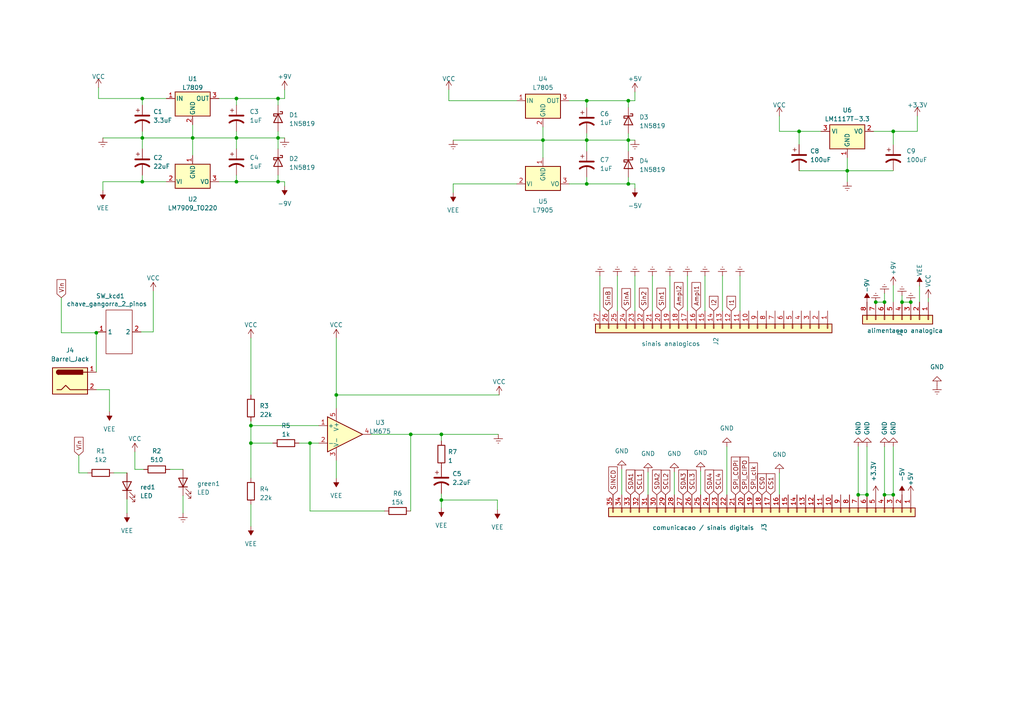
<source format=kicad_sch>
(kicad_sch (version 20230121) (generator eeschema)
  (paper "A4")
  (title_block (title "Fonte de tensao LM675") (date "2023-08-14") (rev "v02") (company "EITduino") (comment 1 "Autor: Gustavo Pinheiro") (comment 2 "Barramento proposto para uma placa 90x100 mm") (comment 3 "Placa face simples") (comment 4 "Pinos AGND e DGND"))
  (lib_symbols
    (symbol "Amplifier_Operational:LM675" (pin_names (offset 0.127))
      (property "Reference" "U" (at 0 7.62 0))
      (property "Value" "LM675" (at 0 5.08 0))
      (symbol "LM675_0_1"
        (polyline (pts (xy -5.08 5.08) (xy 5.08 0) (xy -5.08 -5.08) (xy -5.08 5.08)) (stroke (width 0.254)) (fill (type background)))
      )
      (symbol "LM675_1_1"
        (pin input line (at -7.62 2.54 0) (length 2.54) (name "+") (number "1"))
        (pin input line (at -7.62 -2.54 0) (length 2.54) (name "-") (number "2"))
        (pin power_in line (at -2.54 -7.62 90) (length 3.81) (name "V-") (number "3"))
        (pin output line (at 7.62 0 180) (length 2.54) (name "~") (number "4"))
        (pin power_in line (at -2.54 7.62 270) (length 3.81) (name "V+") (number "5"))
      )
    )
    (symbol "Connector:Barrel_Jack" (pin_names (offset 1.016))
      (property "Reference" "J" (at 0 5.334 0))
      (property "Value" "Barrel_Jack" (at 0 -5.08 0))
      (symbol "Barrel_Jack_0_1"
        (rectangle (start -5.08 3.81) (end 5.08 -3.81) (stroke (width 0.254)) (fill (type background)))
        (arc (start -3.302 3.175) (mid -3.9343 2.54) (end -3.302 1.905) (stroke (width 0.254)))
        (arc (start -3.302 3.175) (mid -3.9343 2.54) (end -3.302 1.905) (stroke (width 0.254)) (fill (type outline)))
        (polyline (pts (xy 5.08 2.54) (xy 3.81 2.54)) (stroke (width 0.254)))
        (polyline (pts (xy -3.81 -2.54) (xy -2.54 -2.54) (xy -1.27 -1.27) (xy 0 -2.54) (xy 2.54 -2.54) (xy 5.08 -2.54)) (stroke (width 0.254)))
        (rectangle (start 3.683 3.175) (end -3.302 1.905) (stroke (width 0.254)) (fill (type outline)))
      )
      (symbol "Barrel_Jack_1_1"
        (pin passive line (at 7.62 2.54 180) (length 2.54) (name "~") (number "1"))
        (pin passive line (at 7.62 -2.54 180) (length 2.54) (name "~") (number "2"))
      )
    )
    (symbol "Connector_Generic:Conn_01x08" (pin_names (offset 1.016) hide)
      (property "Reference" "J" (at 0 10.16 0))
      (property "Value" "Conn_01x08" (at 0 -12.7 0))
      (symbol "Conn_01x08_1_1"
        (rectangle (start -1.27 -10.033) (end 0 -10.287) (stroke (width 0.1524)))
        (rectangle (start -1.27 -7.493) (end 0 -7.747) (stroke (width 0.1524)))
        (rectangle (start -1.27 -4.953) (end 0 -5.207) (stroke (width 0.1524)))
        (rectangle (start -1.27 -2.413) (end 0 -2.667) (stroke (width 0.1524)))
        (rectangle (start -1.27 0.127) (end 0 -0.127) (stroke (width 0.1524)))
        (rectangle (start -1.27 2.667) (end 0 2.413) (stroke (width 0.1524)))
        (rectangle (start -1.27 5.207) (end 0 4.953) (stroke (width 0.1524)))
        (rectangle (start -1.27 7.747) (end 0 7.493) (stroke (width 0.1524)))
        (rectangle (start -1.27 8.89) (end 1.27 -11.43) (stroke (width 0.254)) (fill (type background)))
        (pin passive line (at -5.08 7.62 0) (length 3.81) (name "Pin_1") (number "1"))
        (pin passive line (at -5.08 5.08 0) (length 3.81) (name "Pin_2") (number "2"))
        (pin passive line (at -5.08 2.54 0) (length 3.81) (name "Pin_3") (number "3"))
        (pin passive line (at -5.08 0 0) (length 3.81) (name "Pin_4") (number "4"))
        (pin passive line (at -5.08 -2.54 0) (length 3.81) (name "Pin_5") (number "5"))
        (pin passive line (at -5.08 -5.08 0) (length 3.81) (name "Pin_6") (number "6"))
        (pin passive line (at -5.08 -7.62 0) (length 3.81) (name "Pin_7") (number "7"))
        (pin passive line (at -5.08 -10.16 0) (length 3.81) (name "Pin_8") (number "8"))
      )
    )
    (symbol "Connector_Generic:Conn_01x27" (pin_names (offset 1.016) hide)
      (property "Reference" "J" (at 0 35.56 0))
      (property "Value" "Conn_01x27" (at 0 -35.56 0))
      (symbol "Conn_01x27_1_1"
        (rectangle (start -1.27 -32.893) (end 0 -33.147) (stroke (width 0.1524)))
        (rectangle (start -1.27 -30.353) (end 0 -30.607) (stroke (width 0.1524)))
        (rectangle (start -1.27 -27.813) (end 0 -28.067) (stroke (width 0.1524)))
        (rectangle (start -1.27 -25.273) (end 0 -25.527) (stroke (width 0.1524)))
        (rectangle (start -1.27 -22.733) (end 0 -22.987) (stroke (width 0.1524)))
        (rectangle (start -1.27 -20.193) (end 0 -20.447) (stroke (width 0.1524)))
        (rectangle (start -1.27 -17.653) (end 0 -17.907) (stroke (width 0.1524)))
        (rectangle (start -1.27 -15.113) (end 0 -15.367) (stroke (width 0.1524)))
        (rectangle (start -1.27 -12.573) (end 0 -12.827) (stroke (width 0.1524)))
        (rectangle (start -1.27 -10.033) (end 0 -10.287) (stroke (width 0.1524)))
        (rectangle (start -1.27 -7.493) (end 0 -7.747) (stroke (width 0.1524)))
        (rectangle (start -1.27 -4.953) (end 0 -5.207) (stroke (width 0.1524)))
        (rectangle (start -1.27 -2.413) (end 0 -2.667) (stroke (width 0.1524)))
        (rectangle (start -1.27 0.127) (end 0 -0.127) (stroke (width 0.1524)))
        (rectangle (start -1.27 2.667) (end 0 2.413) (stroke (width 0.1524)))
        (rectangle (start -1.27 5.207) (end 0 4.953) (stroke (width 0.1524)))
        (rectangle (start -1.27 7.747) (end 0 7.493) (stroke (width 0.1524)))
        (rectangle (start -1.27 10.287) (end 0 10.033) (stroke (width 0.1524)))
        (rectangle (start -1.27 12.827) (end 0 12.573) (stroke (width 0.1524)))
        (rectangle (start -1.27 15.367) (end 0 15.113) (stroke (width 0.1524)))
        (rectangle (start -1.27 17.907) (end 0 17.653) (stroke (width 0.1524)))
        (rectangle (start -1.27 20.447) (end 0 20.193) (stroke (width 0.1524)))
        (rectangle (start -1.27 22.987) (end 0 22.733) (stroke (width 0.1524)))
        (rectangle (start -1.27 25.527) (end 0 25.273) (stroke (width 0.1524)))
        (rectangle (start -1.27 28.067) (end 0 27.813) (stroke (width 0.1524)))
        (rectangle (start -1.27 30.607) (end 0 30.353) (stroke (width 0.1524)))
        (rectangle (start -1.27 33.147) (end 0 32.893) (stroke (width 0.1524)))
        (rectangle (start -1.27 34.29) (end 1.27 -34.29) (stroke (width 0.254)) (fill (type background)))
        (pin passive line (at -5.08 33.02 0) (length 3.81) (name "Pin_1") (number "1"))
        (pin passive line (at -5.08 10.16 0) (length 3.81) (name "Pin_10") (number "10"))
        (pin passive line (at -5.08 7.62 0) (length 3.81) (name "Pin_11") (number "11"))
        (pin passive line (at -5.08 5.08 0) (length 3.81) (name "Pin_12") (number "12"))
        (pin passive line (at -5.08 2.54 0) (length 3.81) (name "Pin_13") (number "13"))
        (pin passive line (at -5.08 0 0) (length 3.81) (name "Pin_14") (number "14"))
        (pin passive line (at -5.08 -2.54 0) (length 3.81) (name "Pin_15") (number "15"))
        (pin passive line (at -5.08 -5.08 0) (length 3.81) (name "Pin_16") (number "16"))
        (pin passive line (at -5.08 -7.62 0) (length 3.81) (name "Pin_17") (number "17"))
        (pin passive line (at -5.08 -10.16 0) (length 3.81) (name "Pin_18") (number "18"))
        (pin passive line (at -5.08 -12.7 0) (length 3.81) (name "Pin_19") (number "19"))
        (pin passive line (at -5.08 30.48 0) (length 3.81) (name "Pin_2") (number "2"))
        (pin passive line (at -5.08 -15.24 0) (length 3.81) (name "Pin_20") (number "20"))
        (pin passive line (at -5.08 -17.78 0) (length 3.81) (name "Pin_21") (number "21"))
        (pin passive line (at -5.08 -20.32 0) (length 3.81) (name "Pin_22") (number "22"))
        (pin passive line (at -5.08 -22.86 0) (length 3.81) (name "Pin_23") (number "23"))
        (pin passive line (at -5.08 -25.4 0) (length 3.81) (name "Pin_24") (number "24"))
        (pin passive line (at -5.08 -27.94 0) (length 3.81) (name "Pin_25") (number "25"))
        (pin passive line (at -5.08 -30.48 0) (length 3.81) (name "Pin_26") (number "26"))
        (pin passive line (at -5.08 -33.02 0) (length 3.81) (name "Pin_27") (number "27"))
        (pin passive line (at -5.08 27.94 0) (length 3.81) (name "Pin_3") (number "3"))
        (pin passive line (at -5.08 25.4 0) (length 3.81) (name "Pin_4") (number "4"))
        (pin passive line (at -5.08 22.86 0) (length 3.81) (name "Pin_5") (number "5"))
        (pin passive line (at -5.08 20.32 0) (length 3.81) (name "Pin_6") (number "6"))
        (pin passive line (at -5.08 17.78 0) (length 3.81) (name "Pin_7") (number "7"))
        (pin passive line (at -5.08 15.24 0) (length 3.81) (name "Pin_8") (number "8"))
        (pin passive line (at -5.08 12.7 0) (length 3.81) (name "Pin_9") (number "9"))
      )
    )
    (symbol "Connector_Generic:Conn_01x35" (pin_names (offset 1.016) hide)
      (property "Reference" "J" (at 0 45.72 0))
      (property "Value" "Conn_01x35" (at 0 -45.72 0))
      (symbol "Conn_01x35_1_1"
        (rectangle (start -1.27 -43.053) (end 0 -43.307) (stroke (width 0.1524)))
        (rectangle (start -1.27 -40.513) (end 0 -40.767) (stroke (width 0.1524)))
        (rectangle (start -1.27 -37.973) (end 0 -38.227) (stroke (width 0.1524)))
        (rectangle (start -1.27 -35.433) (end 0 -35.687) (stroke (width 0.1524)))
        (rectangle (start -1.27 -32.893) (end 0 -33.147) (stroke (width 0.1524)))
        (rectangle (start -1.27 -30.353) (end 0 -30.607) (stroke (width 0.1524)))
        (rectangle (start -1.27 -27.813) (end 0 -28.067) (stroke (width 0.1524)))
        (rectangle (start -1.27 -25.273) (end 0 -25.527) (stroke (width 0.1524)))
        (rectangle (start -1.27 -22.733) (end 0 -22.987) (stroke (width 0.1524)))
        (rectangle (start -1.27 -20.193) (end 0 -20.447) (stroke (width 0.1524)))
        (rectangle (start -1.27 -17.653) (end 0 -17.907) (stroke (width 0.1524)))
        (rectangle (start -1.27 -15.113) (end 0 -15.367) (stroke (width 0.1524)))
        (rectangle (start -1.27 -12.573) (end 0 -12.827) (stroke (width 0.1524)))
        (rectangle (start -1.27 -10.033) (end 0 -10.287) (stroke (width 0.1524)))
        (rectangle (start -1.27 -7.493) (end 0 -7.747) (stroke (width 0.1524)))
        (rectangle (start -1.27 -4.953) (end 0 -5.207) (stroke (width 0.1524)))
        (rectangle (start -1.27 -2.413) (end 0 -2.667) (stroke (width 0.1524)))
        (rectangle (start -1.27 0.127) (end 0 -0.127) (stroke (width 0.1524)))
        (rectangle (start -1.27 2.667) (end 0 2.413) (stroke (width 0.1524)))
        (rectangle (start -1.27 5.207) (end 0 4.953) (stroke (width 0.1524)))
        (rectangle (start -1.27 7.747) (end 0 7.493) (stroke (width 0.1524)))
        (rectangle (start -1.27 10.287) (end 0 10.033) (stroke (width 0.1524)))
        (rectangle (start -1.27 12.827) (end 0 12.573) (stroke (width 0.1524)))
        (rectangle (start -1.27 15.367) (end 0 15.113) (stroke (width 0.1524)))
        (rectangle (start -1.27 17.907) (end 0 17.653) (stroke (width 0.1524)))
        (rectangle (start -1.27 20.447) (end 0 20.193) (stroke (width 0.1524)))
        (rectangle (start -1.27 22.987) (end 0 22.733) (stroke (width 0.1524)))
        (rectangle (start -1.27 25.527) (end 0 25.273) (stroke (width 0.1524)))
        (rectangle (start -1.27 28.067) (end 0 27.813) (stroke (width 0.1524)))
        (rectangle (start -1.27 30.607) (end 0 30.353) (stroke (width 0.1524)))
        (rectangle (start -1.27 33.147) (end 0 32.893) (stroke (width 0.1524)))
        (rectangle (start -1.27 35.687) (end 0 35.433) (stroke (width 0.1524)))
        (rectangle (start -1.27 38.227) (end 0 37.973) (stroke (width 0.1524)))
        (rectangle (start -1.27 40.767) (end 0 40.513) (stroke (width 0.1524)))
        (rectangle (start -1.27 43.307) (end 0 43.053) (stroke (width 0.1524)))
        (rectangle (start -1.27 44.45) (end 1.27 -44.45) (stroke (width 0.254)) (fill (type background)))
        (pin passive line (at -5.08 43.18 0) (length 3.81) (name "Pin_1") (number "1"))
        (pin passive line (at -5.08 20.32 0) (length 3.81) (name "Pin_10") (number "10"))
        (pin passive line (at -5.08 17.78 0) (length 3.81) (name "Pin_11") (number "11"))
        (pin passive line (at -5.08 15.24 0) (length 3.81) (name "Pin_12") (number "12"))
        (pin passive line (at -5.08 12.7 0) (length 3.81) (name "Pin_13") (number "13"))
        (pin passive line (at -5.08 10.16 0) (length 3.81) (name "Pin_14") (number "14"))
        (pin passive line (at -5.08 7.62 0) (length 3.81) (name "Pin_15") (number "15"))
        (pin passive line (at -5.08 5.08 0) (length 3.81) (name "Pin_16") (number "16"))
        (pin passive line (at -5.08 2.54 0) (length 3.81) (name "Pin_17") (number "17"))
        (pin passive line (at -5.08 0 0) (length 3.81) (name "Pin_18") (number "18"))
        (pin passive line (at -5.08 -2.54 0) (length 3.81) (name "Pin_19") (number "19"))
        (pin passive line (at -5.08 40.64 0) (length 3.81) (name "Pin_2") (number "2"))
        (pin passive line (at -5.08 -5.08 0) (length 3.81) (name "Pin_20") (number "20"))
        (pin passive line (at -5.08 -7.62 0) (length 3.81) (name "Pin_21") (number "21"))
        (pin passive line (at -5.08 -10.16 0) (length 3.81) (name "Pin_22") (number "22"))
        (pin passive line (at -5.08 -12.7 0) (length 3.81) (name "Pin_23") (number "23"))
        (pin passive line (at -5.08 -15.24 0) (length 3.81) (name "Pin_24") (number "24"))
        (pin passive line (at -5.08 -17.78 0) (length 3.81) (name "Pin_25") (number "25"))
        (pin passive line (at -5.08 -20.32 0) (length 3.81) (name "Pin_26") (number "26"))
        (pin passive line (at -5.08 -22.86 0) (length 3.81) (name "Pin_27") (number "27"))
        (pin passive line (at -5.08 -25.4 0) (length 3.81) (name "Pin_28") (number "28"))
        (pin passive line (at -5.08 -27.94 0) (length 3.81) (name "Pin_29") (number "29"))
        (pin passive line (at -5.08 38.1 0) (length 3.81) (name "Pin_3") (number "3"))
        (pin passive line (at -5.08 -30.48 0) (length 3.81) (name "Pin_30") (number "30"))
        (pin passive line (at -5.08 -33.02 0) (length 3.81) (name "Pin_31") (number "31"))
        (pin passive line (at -5.08 -35.56 0) (length 3.81) (name "Pin_32") (number "32"))
        (pin passive line (at -5.08 -38.1 0) (length 3.81) (name "Pin_33") (number "33"))
        (pin passive line (at -5.08 -40.64 0) (length 3.81) (name "Pin_34") (number "34"))
        (pin passive line (at -5.08 -43.18 0) (length 3.81) (name "Pin_35") (number "35"))
        (pin passive line (at -5.08 35.56 0) (length 3.81) (name "Pin_4") (number "4"))
        (pin passive line (at -5.08 33.02 0) (length 3.81) (name "Pin_5") (number "5"))
        (pin passive line (at -5.08 30.48 0) (length 3.81) (name "Pin_6") (number "6"))
        (pin passive line (at -5.08 27.94 0) (length 3.81) (name "Pin_7") (number "7"))
        (pin passive line (at -5.08 25.4 0) (length 3.81) (name "Pin_8") (number "8"))
        (pin passive line (at -5.08 22.86 0) (length 3.81) (name "Pin_9") (number "9"))
      )
    )
    (symbol "Device:C_Polarized_US" (pin_numbers hide) (pin_names (offset 0.254) hide)
      (property "Reference" "C" (at 0.635 2.54 0))
      (property "Value" "C_Polarized_US" (at 0.635 -2.54 0))
      (symbol "C_Polarized_US_0_1"
        (polyline (pts (xy -2.032 0.762) (xy 2.032 0.762)) (stroke (width 0.508)))
        (polyline (pts (xy -1.778 2.286) (xy -0.762 2.286)))
        (polyline (pts (xy -1.27 1.778) (xy -1.27 2.794)))
        (arc (start 2.032 -1.27) (mid 0 -0.5572) (end -2.032 -1.27) (stroke (width 0.508)))
      )
      (symbol "C_Polarized_US_1_1"
        (pin passive line (at 0 3.81 270) (length 2.794) (name "~") (number "1"))
        (pin passive line (at 0 -3.81 90) (length 3.302) (name "~") (number "2"))
      )
    )
    (symbol "Device:LED" (pin_numbers hide) (pin_names (offset 1.016) hide)
      (property "Reference" "D" (at 0 2.54 0))
      (property "Value" "LED" (at 0 -2.54 0))
      (symbol "LED_0_1"
        (polyline (pts (xy -1.27 -1.27) (xy -1.27 1.27)) (stroke (width 0.254)))
        (polyline (pts (xy -1.27 0) (xy 1.27 0)))
        (polyline (pts (xy 1.27 -1.27) (xy 1.27 1.27) (xy -1.27 0) (xy 1.27 -1.27)) (stroke (width 0.254)))
        (polyline (pts (xy -3.048 -0.762) (xy -4.572 -2.286) (xy -3.81 -2.286) (xy -4.572 -2.286) (xy -4.572 -1.524)))
        (polyline (pts (xy -1.778 -0.762) (xy -3.302 -2.286) (xy -2.54 -2.286) (xy -3.302 -2.286) (xy -3.302 -1.524)))
      )
      (symbol "LED_1_1"
        (pin passive line (at -3.81 0 0) (length 2.54) (name "K") (number "1"))
        (pin passive line (at 3.81 0 180) (length 2.54) (name "A") (number "2"))
      )
    )
    (symbol "Device:R" (pin_numbers hide) (pin_names (offset 0))
      (property "Reference" "R" (at 2.032 0 90))
      (property "Value" "R" (at 0 0 90))
      (symbol "R_0_1"
        (rectangle (start -1.016 -2.54) (end 1.016 2.54) (stroke (width 0.254)))
      )
      (symbol "R_1_1"
        (pin passive line (at 0 3.81 270) (length 1.27) (name "~") (number "1"))
        (pin passive line (at 0 -3.81 90) (length 1.27) (name "~") (number "2"))
      )
    )
    (symbol "Diode:1N5819" (pin_numbers hide) (pin_names (offset 1.016) hide)
      (property "Reference" "D" (at 0 2.54 0))
      (property "Value" "1N5819" (at 0 -2.54 0))
      (symbol "1N5819_0_1"
        (polyline (pts (xy 1.27 0) (xy -1.27 0)))
        (polyline (pts (xy 1.27 1.27) (xy 1.27 -1.27) (xy -1.27 0) (xy 1.27 1.27)) (stroke (width 0.254)))
        (polyline (pts (xy -1.905 0.635) (xy -1.905 1.27) (xy -1.27 1.27) (xy -1.27 -1.27) (xy -0.635 -1.27) (xy -0.635 -0.635)) (stroke (width 0.254)))
      )
      (symbol "1N5819_1_1"
        (pin passive line (at -3.81 0 0) (length 2.54) (name "K") (number "1"))
        (pin passive line (at 3.81 0 180) (length 2.54) (name "A") (number "2"))
      )
    )
    (symbol "Regulator_Linear:L7805" (pin_names (offset 0.254))
      (property "Reference" "U" (at -3.81 3.175 0))
      (property "Value" "L7805" (at 0 3.175 0))
      (symbol "L7805_0_1"
        (rectangle (start -5.08 1.905) (end 5.08 -5.08) (stroke (width 0.254)) (fill (type background)))
      )
      (symbol "L7805_1_1"
        (pin power_in line (at -7.62 0 0) (length 2.54) (name "IN") (number "1"))
        (pin power_in line (at 0 -7.62 90) (length 2.54) (name "GND") (number "2"))
        (pin power_out line (at 7.62 0 180) (length 2.54) (name "OUT") (number "3"))
      )
    )
    (symbol "Regulator_Linear:L7809" (pin_names (offset 0.254))
      (property "Reference" "U" (at -3.81 3.175 0))
      (property "Value" "L7809" (at 0 3.175 0))
      (symbol "L7809_0_1"
        (rectangle (start -5.08 1.905) (end 5.08 -5.08) (stroke (width 0.254)) (fill (type background)))
      )
      (symbol "L7809_1_1"
        (pin power_in line (at -7.62 0 0) (length 2.54) (name "IN") (number "1"))
        (pin power_in line (at 0 -7.62 90) (length 2.54) (name "GND") (number "2"))
        (pin power_out line (at 7.62 0 180) (length 2.54) (name "OUT") (number "3"))
      )
    )
    (symbol "Regulator_Linear:L7905" (pin_names (offset 0.254))
      (property "Reference" "U" (at -3.81 -3.175 0))
      (property "Value" "L7905" (at 0 -3.175 0))
      (symbol "L7905_0_1"
        (rectangle (start -5.08 5.08) (end 5.08 -1.905) (stroke (width 0.254)) (fill (type background)))
      )
      (symbol "L7905_1_1"
        (pin power_in line (at 0 7.62 270) (length 2.54) (name "GND") (number "1"))
        (pin power_in line (at -7.62 0 0) (length 2.54) (name "VI") (number "2"))
        (pin power_out line (at 7.62 0 180) (length 2.54) (name "VO") (number "3"))
      )
    )
    (symbol "Regulator_Linear:LM1117T-3.3"
      (property "Reference" "U" (at -3.81 3.175 0))
      (property "Value" "LM1117T-3.3" (at 0 3.175 0))
      (symbol "LM1117T-3.3_0_1"
        (rectangle (start -5.08 -5.08) (end 5.08 1.905) (stroke (width 0.254)) (fill (type background)))
      )
      (symbol "LM1117T-3.3_1_1"
        (pin power_in line (at 0 -7.62 90) (length 2.54) (name "GND") (number "1"))
        (pin power_out line (at 7.62 0 180) (length 2.54) (name "VO") (number "2"))
        (pin power_in line (at -7.62 0 0) (length 2.54) (name "VI") (number "3"))
      )
    )
    (symbol "Regulator_Linear:LM7909_TO220" (pin_names (offset 0.254))
      (property "Reference" "U" (at -3.81 -3.175 0))
      (property "Value" "LM7909_TO220" (at 0 -3.175 0))
      (symbol "LM7909_TO220_0_1"
        (rectangle (start -5.08 5.08) (end 5.08 -1.905) (stroke (width 0.254)) (fill (type background)))
      )
      (symbol "LM7909_TO220_1_1"
        (pin power_in line (at 0 7.62 270) (length 2.54) (name "GND") (number "1"))
        (pin power_in line (at -7.62 0 0) (length 2.54) (name "VI") (number "2"))
        (pin power_out line (at 7.62 0 180) (length 2.54) (name "VO") (number "3"))
      )
    )
    (symbol "VCC_1" (power) (pin_names (offset 0))
      (property "Value" "VCC_1" (at 0 3.81 0))
      (symbol "VCC_1_0_1"
        (polyline (pts (xy -0.762 1.27) (xy 0 2.54)))
        (polyline (pts (xy 0 0) (xy 0 2.54)))
        (polyline (pts (xy 0 2.54) (xy 0.762 1.27)))
      )
      (symbol "VCC_1_1_1"
        (pin power_in line (at 0 0 90) (length 0) hide (name "VCC") (number "1"))
      )
    )
    (symbol "chave_gangorra_kcd1_2pinos:chave_gangorra_2_pinos"
      (property "Reference" "SW_kcd" (at 0 2.54 0))
      (property "Value" "chave_gangorra_2_pinos" (at 0 1.27 0))
      (symbol "chave_gangorra_2_pinos_0_1"
        (rectangle (start -6.35 6.35) (end 6.35 -1.27))
      )
      (symbol "chave_gangorra_2_pinos_1_1"
        (pin input line (at 0 -3.81 90) (length 2.54) (name "1") (number "1"))
        (pin input line (at 0 8.89 270) (length 2.54) (name "2") (number "2"))
      )
    )
    (symbol "power:+3.3V" (power) (pin_names (offset 0))
      (property "Value" "+3.3V" (at 0 3.556 0))
      (symbol "+3.3V_0_1"
        (polyline (pts (xy -0.762 1.27) (xy 0 2.54)))
        (polyline (pts (xy 0 0) (xy 0 2.54)))
        (polyline (pts (xy 0 2.54) (xy 0.762 1.27)))
      )
      (symbol "+3.3V_1_1"
        (pin power_in line (at 0 0 90) (length 0) hide (name "+3.3V") (number "1"))
      )
    )
    (symbol "power:+5V" (power) (pin_names (offset 0))
      (property "Value" "+5V" (at 0 3.556 0))
      (symbol "+5V_0_1"
        (polyline (pts (xy -0.762 1.27) (xy 0 2.54)))
        (polyline (pts (xy 0 0) (xy 0 2.54)))
        (polyline (pts (xy 0 2.54) (xy 0.762 1.27)))
      )
      (symbol "+5V_1_1"
        (pin power_in line (at 0 0 90) (length 0) hide (name "+5V") (number "1"))
      )
    )
    (symbol "power:+9V" (power) (pin_names (offset 0))
      (property "Value" "+9V" (at 0 3.556 0))
      (symbol "+9V_0_1"
        (polyline (pts (xy -0.762 1.27) (xy 0 2.54)))
        (polyline (pts (xy 0 0) (xy 0 2.54)))
        (polyline (pts (xy 0 2.54) (xy 0.762 1.27)))
      )
      (symbol "+9V_1_1"
        (pin power_in line (at 0 0 90) (length 0) hide (name "+9V") (number "1"))
      )
    )
    (symbol "power:-5V" (power) (pin_names (offset 0))
      (property "Value" "-5V" (at 0 3.81 0))
      (symbol "-5V_0_0"
        (pin power_in line (at 0 0 90) (length 0) hide (name "-5V") (number "1"))
      )
      (symbol "-5V_0_1"
        (polyline (pts (xy 0 0) (xy 0 1.27) (xy 0.762 1.27) (xy 0 2.54) (xy -0.762 1.27) (xy 0 1.27)) (fill (type outline)))
      )
    )
    (symbol "power:-9V" (power) (pin_names (offset 0))
      (property "Value" "-9V" (at 0 3.81 0))
      (symbol "-9V_0_1"
        (polyline (pts (xy 0 0) (xy 0 2.54)))
        (polyline (pts (xy 0.762 1.27) (xy -0.762 1.27) (xy 0 2.54) (xy 0.762 1.27)) (fill (type outline)))
      )
      (symbol "-9V_1_1"
        (pin power_in line (at 0 0 90) (length 0) hide (name "-9V") (number "1"))
      )
    )
    (symbol "power:Earth" (power) (pin_names (offset 0))
      (symbol "Earth_0_1"
        (polyline (pts (xy -0.635 -1.905) (xy 0.635 -1.905)))
        (polyline (pts (xy -0.127 -2.54) (xy 0.127 -2.54)))
        (polyline (pts (xy 0 -1.27) (xy 0 0)))
        (polyline (pts (xy 1.27 -1.27) (xy -1.27 -1.27)))
      )
      (symbol "Earth_1_1"
        (pin power_in line (at 0 0 270) (length 0) hide (name "Earth") (number "1"))
      )
    )
    (symbol "power:GND" (power) (pin_names (offset 0))
      (property "Value" "GND" (at 0 -3.81 0))
      (symbol "GND_0_1"
        (polyline (pts (xy 0 0) (xy 0 -1.27) (xy 1.27 -1.27) (xy 0 -2.54) (xy -1.27 -1.27) (xy 0 -1.27)))
      )
      (symbol "GND_1_1"
        (pin power_in line (at 0 0 270) (length 0) hide (name "GND") (number "1"))
      )
    )
    (symbol "power:VCC" (power) (pin_names (offset 0))
      (property "Value" "VCC" (at 0 3.81 0))
      (symbol "VCC_0_1"
        (polyline (pts (xy -0.762 1.27) (xy 0 2.54)))
        (polyline (pts (xy 0 0) (xy 0 2.54)))
        (polyline (pts (xy 0 2.54) (xy 0.762 1.27)))
      )
      (symbol "VCC_1_1"
        (pin power_in line (at 0 0 90) (length 0) hide (name "VCC") (number "1"))
      )
    )
    (symbol "power:VEE" (power) (pin_names (offset 0))
      (property "Value" "VEE" (at 0 3.81 0))
      (symbol "VEE_0_1"
        (polyline (pts (xy 0 0) (xy 0 2.54)))
        (polyline (pts (xy 0.762 1.27) (xy -0.762 1.27) (xy 0 2.54) (xy 0.762 1.27)) (fill (type outline)))
      )
      (symbol "VEE_1_1"
        (pin power_in line (at 0 0 90) (length 0) hide (name "VEE") (number "1"))
      )
    )
  )
  (junction (at 182.245 40.64))
  (junction (at 55.88 40.005))
  (junction (at 128.016 125.984))
  (junction (at 157.48 40.64))
  (junction (at 256.54 87.63))
  (junction (at 254 87.63))
  (junction (at 182.245 53.34))
  (junction (at 68.58 40.005))
  (junction (at 170.18 53.34))
  (junction (at 89.916 128.524))
  (junction (at 80.645 52.705))
  (junction (at 245.745 49.53))
  (junction (at 231.775 38.1))
  (junction (at 68.58 52.705))
  (junction (at 264.16 87.63))
  (junction (at 128.016 145.034))
  (junction (at 41.275 28.575))
  (junction (at 27.94 96.52))
  (junction (at 248.92 143.51))
  (junction (at 80.645 40.005))
  (junction (at 170.18 40.64))
  (junction (at 256.54 143.51))
  (junction (at 259.08 143.51))
  (junction (at 80.645 28.575))
  (junction (at 170.18 29.21))
  (junction (at 72.771 128.524))
  (junction (at 259.08 38.1))
  (junction (at 72.771 123.444))
  (junction (at 41.275 40.005))
  (junction (at 119.126 125.984))
  (junction (at 251.46 143.51))
  (junction (at 41.275 52.705))
  (junction (at 182.245 29.21))
  (junction (at 261.62 87.63))
  (junction (at 68.58 28.575))
  (junction (at 97.536 114.554))
  (wire (pts (xy 55.88 40.005) (xy 68.58 40.005)))
  (wire (pts (xy 254 87.63) (xy 256.54 87.63)))
  (wire (pts (xy 173.99 80.01) (xy 173.99 90.17)))
  (wire (pts (xy 253.365 38.1) (xy 259.08 38.1)))
  (wire (pts (xy 68.58 28.575) (xy 68.58 30.48)))
  (wire (pts (xy 27.94 96.52) (xy 27.94 96.266)))
  (wire (pts (xy 27.94 113.03) (xy 31.75 113.03)))
  (wire (pts (xy 72.771 123.444) (xy 72.771 128.524)))
  (wire (pts (xy 131.445 40.64) (xy 157.48 40.64)))
  (wire (pts (xy 41.275 40.005) (xy 41.275 43.18)))
  (wire (pts (xy 29.845 40.005) (xy 41.275 40.005)))
  (wire (pts (xy 82.55 52.705) (xy 82.55 53.975)))
  (wire (pts (xy 182.245 51.435) (xy 182.245 53.34)))
  (wire (pts (xy 259.08 82.804) (xy 259.08 87.63)))
  (wire (pts (xy 97.536 114.554) (xy 97.536 118.364)))
  (wire (pts (xy 184.15 80.01) (xy 184.15 90.17)))
  (wire (pts (xy 170.18 29.21) (xy 182.245 29.21)))
  (wire (pts (xy 248.92 129.54) (xy 248.92 143.51)))
  (wire (pts (xy 97.536 114.554) (xy 144.78 114.554)))
  (wire (pts (xy 157.48 36.83) (xy 157.48 40.64)))
  (wire (pts (xy 182.245 53.34) (xy 184.15 53.34)))
  (wire (pts (xy 130.175 29.21) (xy 149.86 29.21)))
  (wire (pts (xy 157.48 40.64) (xy 157.48 45.72)))
  (wire (pts (xy 187.96 136.906) (xy 187.96 143.51)))
  (wire (pts (xy 157.48 40.64) (xy 170.18 40.64)))
  (wire (pts (xy 165.1 53.34) (xy 170.18 53.34)))
  (wire (pts (xy 63.5 52.705) (xy 68.58 52.705)))
  (wire (pts (xy 29.845 55.245) (xy 29.845 52.705)))
  (wire (pts (xy 55.88 40.005) (xy 55.88 45.085)))
  (wire (pts (xy 80.645 52.705) (xy 82.55 52.705)))
  (wire (pts (xy 251.46 129.54) (xy 251.46 143.51)))
  (wire (pts (xy 261.6183 86.95) (xy 261.62 86.95)))
  (wire (pts (xy 179.07 80.01) (xy 179.07 90.17)))
  (wire (pts (xy 209.55 80.01) (xy 209.55 90.17)))
  (wire (pts (xy 170.18 38.735) (xy 170.18 40.64)))
  (wire (pts (xy 89.916 148.209) (xy 89.916 128.524)))
  (wire (pts (xy 22.86 132.08) (xy 22.86 137.16)))
  (wire (pts (xy 80.645 38.1) (xy 80.645 40.005)))
  (wire (pts (xy 170.18 53.34) (xy 170.18 51.435)))
  (wire (pts (xy 44.45 84.455) (xy 44.45 96.266)))
  (wire (pts (xy 261.6183 85.7386) (xy 261.6183 86.95)))
  (wire (pts (xy 80.645 40.005) (xy 80.645 43.18)))
  (wire (pts (xy 17.78 86.36) (xy 17.78 96.52)))
  (wire (pts (xy 128.016 125.984) (xy 128.016 127.889)))
  (wire (pts (xy 259.08 38.1) (xy 259.08 41.91)))
  (wire (pts (xy 144.272 147.828) (xy 144.272 145.034)))
  (wire (pts (xy 41.275 38.1) (xy 41.275 40.005)))
  (wire (pts (xy 27.94 96.266) (xy 28.194 96.266)))
  (wire (pts (xy 128.016 143.129) (xy 128.016 145.034)))
  (wire (pts (xy 256.54 85.09) (xy 256.54 87.63)))
  (wire (pts (xy 27.94 96.52) (xy 27.94 107.95)))
  (wire (pts (xy 28.575 28.575) (xy 41.275 28.575)))
  (wire (pts (xy 55.88 36.195) (xy 55.88 40.005)))
  (wire (pts (xy 82.55 26.035) (xy 82.55 28.575)))
  (wire (pts (xy 170.18 40.64) (xy 170.18 43.815)))
  (wire (pts (xy 68.58 40.005) (xy 80.645 40.005)))
  (wire (pts (xy 72.771 123.444) (xy 92.456 123.444)))
  (wire (pts (xy 226.06 137.16) (xy 226.06 143.51)))
  (wire (pts (xy 119.126 125.984) (xy 128.016 125.984)))
  (wire (pts (xy 128.016 145.034) (xy 128.016 147.32)))
  (wire (pts (xy 214.63 80.01) (xy 214.63 90.17)))
  (wire (pts (xy 182.245 40.64) (xy 182.245 43.815)))
  (wire (pts (xy 266.7002 82.9469) (xy 266.7002 87.63)))
  (wire (pts (xy 39.116 131.064) (xy 39.116 136.144)))
  (wire (pts (xy 53.086 143.764) (xy 53.086 148.844)))
  (wire (pts (xy 97.536 98.044) (xy 97.536 114.554)))
  (wire (pts (xy 266.7002 87.63) (xy 266.7 87.63)))
  (wire (pts (xy 256.54 143.51) (xy 259.08 143.51)))
  (wire (pts (xy 261.62 86.95) (xy 261.62 87.63)))
  (wire (pts (xy 80.645 28.575) (xy 82.55 28.575)))
  (wire (pts (xy 170.18 29.21) (xy 170.18 31.115)))
  (wire (pts (xy 72.771 128.524) (xy 79.121 128.524)))
  (wire (pts (xy 194.31 80.01) (xy 194.31 90.17)))
  (wire (pts (xy 182.245 29.21) (xy 184.15 29.21)))
  (wire (pts (xy 80.645 28.575) (xy 80.645 30.48)))
  (wire (pts (xy 68.58 52.705) (xy 68.58 50.8)))
  (wire (pts (xy 131.445 55.88) (xy 131.445 53.34)))
  (wire (pts (xy 72.771 146.304) (xy 72.771 152.654)))
  (wire (pts (xy 41.275 28.575) (xy 48.26 28.575)))
  (wire (pts (xy 231.775 41.91) (xy 231.775 38.1)))
  (wire (pts (xy 184.15 26.67) (xy 184.15 29.21)))
  (wire (pts (xy 39.116 136.144) (xy 41.656 136.144)))
  (wire (pts (xy 170.18 40.64) (xy 182.245 40.64)))
  (wire (pts (xy 256.54 129.54) (xy 256.54 143.51)))
  (wire (pts (xy 195.58 136.906) (xy 195.58 143.51)))
  (wire (pts (xy 68.58 40.005) (xy 68.58 43.18)))
  (wire (pts (xy 226.06 38.1) (xy 231.775 38.1)))
  (wire (pts (xy 144.272 145.034) (xy 128.016 145.034)))
  (wire (pts (xy 36.83 144.78) (xy 36.83 148.844)))
  (wire (pts (xy 226.06 33.655) (xy 226.06 38.1)))
  (wire (pts (xy 29.845 52.705) (xy 41.275 52.705)))
  (wire (pts (xy 269.2412 86.523) (xy 269.2412 87.63)))
  (wire (pts (xy 68.58 28.575) (xy 80.645 28.575)))
  (wire (pts (xy 80.645 50.8) (xy 80.645 52.705)))
  (wire (pts (xy 259.08 129.54) (xy 259.08 143.51)))
  (wire (pts (xy 107.696 125.984) (xy 119.126 125.984)))
  (wire (pts (xy 269.24 87.63) (xy 269.2412 87.63)))
  (wire (pts (xy 111.506 148.209) (xy 89.916 148.209)))
  (wire (pts (xy 68.58 52.705) (xy 80.645 52.705)))
  (wire (pts (xy 97.536 138.684) (xy 97.536 133.604)))
  (wire (pts (xy 245.745 45.72) (xy 245.745 49.53)))
  (wire (pts (xy 248.92 143.51) (xy 251.46 143.51)))
  (wire (pts (xy 176.53 90.17) (xy 176.276 90.17)))
  (wire (pts (xy 245.745 49.53) (xy 259.08 49.53)))
  (wire (pts (xy 40.894 96.266) (xy 44.45 96.266)))
  (wire (pts (xy 170.18 53.34) (xy 182.245 53.34)))
  (wire (pts (xy 80.645 40.005) (xy 82.55 40.005)))
  (wire (pts (xy 72.771 128.524) (xy 72.771 138.684)))
  (wire (pts (xy 182.245 38.735) (xy 182.245 40.64)))
  (wire (pts (xy 182.245 29.21) (xy 182.245 31.115)))
  (wire (pts (xy 266.065 33.655) (xy 266.065 38.1)))
  (wire (pts (xy 89.916 128.524) (xy 92.456 128.524)))
  (wire (pts (xy 165.1 29.21) (xy 170.18 29.21)))
  (wire (pts (xy 182.245 40.64) (xy 184.15 40.64)))
  (wire (pts (xy 41.275 40.005) (xy 55.88 40.005)))
  (wire (pts (xy 68.58 38.1) (xy 68.58 40.005)))
  (wire (pts (xy 231.775 38.1) (xy 238.125 38.1)))
  (wire (pts (xy 119.126 125.984) (xy 119.126 148.209)))
  (wire (pts (xy 41.275 30.48) (xy 41.275 28.575)))
  (wire (pts (xy 266.065 38.1) (xy 259.08 38.1)))
  (wire (pts (xy 86.741 128.524) (xy 89.916 128.524)))
  (wire (pts (xy 184.15 53.34) (xy 184.15 54.61)))
  (wire (pts (xy 31.75 113.03) (xy 31.75 119.38)))
  (wire (pts (xy 63.5 28.575) (xy 68.58 28.575)))
  (wire (pts (xy 41.275 50.8) (xy 41.275 52.705)))
  (wire (pts (xy 128.016 125.984) (xy 144.526 125.984)))
  (wire (pts (xy 41.275 52.705) (xy 48.26 52.705)))
  (wire (pts (xy 33.02 137.16) (xy 36.83 137.16)))
  (wire (pts (xy 131.445 53.34) (xy 149.86 53.34)))
  (wire (pts (xy 245.745 49.53) (xy 245.745 52.705)))
  (wire (pts (xy 261.62 87.63) (xy 264.16 87.63)))
  (wire (pts (xy 180.34 136.144) (xy 180.34 143.51)))
  (wire (pts (xy 231.775 49.53) (xy 245.745 49.53)))
  (wire (pts (xy 72.771 98.044) (xy 72.771 114.554)))
  (wire (pts (xy 28.575 25.4) (xy 28.575 28.575)))
  (wire (pts (xy 199.39 80.01) (xy 199.39 90.17)))
  (wire (pts (xy 203.2 136.652) (xy 203.2 143.51)))
  (wire (pts (xy 130.175 26.035) (xy 130.175 29.21)))
  (wire (pts (xy 189.23 80.01) (xy 189.23 90.17)))
  (wire (pts (xy 17.78 96.52) (xy 27.94 96.52)))
  (wire (pts (xy 49.276 136.144) (xy 53.086 136.144)))
  (wire (pts (xy 22.86 137.16) (xy 25.4 137.16)))
  (wire (pts (xy 210.82 129.54) (xy 210.82 143.51)))
  (wire (pts (xy 204.47 80.01) (xy 204.47 90.17)))
  (wire (pts (xy 72.771 122.174) (xy 72.771 123.444)))
  (global_label "Vin" (shape input) (at 17.78 86.36 90) (property "Intersheetrefs" "${INTERSHEET_REFS}" (effects hide)))
  (global_label "SPI_clk" (shape input) (at 218.44 143.51 90) (property "Intersheetrefs" "${INTERSHEET_REFS}" (effects hide)))
  (global_label "I1" (shape input) (at 212.09 90.17 90) (property "Intersheetrefs" "${INTERSHEET_REFS}" (effects hide)))
  (global_label "Vin" (shape input) (at 22.86 132.08 90) (property "Intersheetrefs" "${INTERSHEET_REFS}" (effects hide)))
  (global_label "SDA3" (shape input) (at 198.12 143.51 90) (property "Intersheetrefs" "${INTERSHEET_REFS}" (effects hide)))
  (global_label "CS1" (shape input) (at 223.52 143.51 90) (property "Intersheetrefs" "${INTERSHEET_REFS}" (effects hide)))
  (global_label "SDA2" (shape input) (at 190.5 143.51 90) (property "Intersheetrefs" "${INTERSHEET_REFS}" (effects hide)))
  (global_label "Ampl1" (shape input) (at 201.93 90.17 90) (property "Intersheetrefs" "${INTERSHEET_REFS}" (effects hide)))
  (global_label "SDA1" (shape input) (at 182.88 143.51 90) (property "Intersheetrefs" "${INTERSHEET_REFS}" (effects hide)))
  (global_label "Ampl2" (shape input) (at 196.85 90.17 90) (property "Intersheetrefs" "${INTERSHEET_REFS}" (effects hide)))
  (global_label "SCL2" (shape input) (at 193.04 143.51 90) (property "Intersheetrefs" "${INTERSHEET_REFS}" (effects hide)))
  (global_label "SCL3" (shape input) (at 200.66 143.51 90) (property "Intersheetrefs" "${INTERSHEET_REFS}" (effects hide)))
  (global_label "Sin2" (shape input) (at 186.69 90.17 90) (property "Intersheetrefs" "${INTERSHEET_REFS}" (effects hide)))
  (global_label "SCL4" (shape input) (at 208.28 143.51 90) (property "Intersheetrefs" "${INTERSHEET_REFS}" (effects hide)))
  (global_label "SPI_CIPO" (shape input) (at 215.9 143.51 90) (property "Intersheetrefs" "${INTERSHEET_REFS}" (effects hide)))
  (global_label "SinA" (shape input) (at 181.61 90.17 90) (property "Intersheetrefs" "${INTERSHEET_REFS}" (effects hide)))
  (global_label "SINCD" (shape input) (at 177.8 143.51 90) (property "Intersheetrefs" "${INTERSHEET_REFS}" (effects hide)))
  (global_label "I2" (shape input) (at 207.01 90.17 90) (property "Intersheetrefs" "${INTERSHEET_REFS}" (effects hide)))
  (global_label "CS0" (shape input) (at 220.98 143.51 90) (property "Intersheetrefs" "${INTERSHEET_REFS}" (effects hide)))
  (global_label "SinB" (shape input) (at 176.276 90.17 90) (property "Intersheetrefs" "${INTERSHEET_REFS}" (effects hide)))
  (global_label "Sin1" (shape input) (at 191.77 90.17 90) (property "Intersheetrefs" "${INTERSHEET_REFS}" (effects hide)))
  (global_label "SCL1" (shape input) (at 185.42 143.51 90) (property "Intersheetrefs" "${INTERSHEET_REFS}" (effects hide)))
  (global_label "SPI_COPI" (shape input) (at 213.36 143.51 90) (property "Intersheetrefs" "${INTERSHEET_REFS}" (effects hide)))
  (global_label "SDA4" (shape input) (at 205.74 143.51 90) (property "Intersheetrefs" "${INTERSHEET_REFS}" (effects hide)))
  (symbol (lib_id "Device:R") (at 82.931 128.524 90) (unit 1)
    (property "Reference" "R5" (at 82.931 123.444 90))
    (property "Value" "1k" (at 82.931 125.984 90))
    (property "Footprint" "Resistor_THT:R_Axial_DIN0207_L6.3mm_D2.5mm_P7.62mm_Horizontal" (effects hide))
  )
  (symbol (lib_id "power:-5V") (at 184.15 54.61 180) (unit 1)
    (property "Reference" "#PWR048" (effects hide))
    (property "Value" "-5V" (at 184.15 59.69 0))
  )
  (symbol (lib_id "Device:C_Polarized_US") (at 41.275 46.99 0) (unit 1)
    (property "Reference" "C2" (at 44.45 45.72 0) (effects (justify left)))
    (property "Value" "22uF" (at 44.45 48.26 0) (effects (justify left)))
    (property "Footprint" "Capacitor_THT:CP_Radial_D5.0mm_P2.50mm" (effects hide))
  )
  (symbol (lib_id "power:GND") (at 271.78 111.76 180) (unit 1)
    (property "Reference" "#PWR017" (effects hide))
    (property "Value" "GND" (at 271.78 106.426 0))
  )
  (symbol (lib_id "power:VEE") (at 97.536 138.684 180) (unit 1)
    (property "Reference" "#PWR038" (effects hide))
    (property "Value" "VEE" (at 97.536 143.764 0))
  )
  (symbol (lib_id "power:VCC") (at 144.78 114.554 0) (unit 1)
    (property "Reference" "#PWR045" (effects hide))
    (property "Value" "VCC" (at 144.78 110.744 0))
  )
  (symbol (lib_id "power:VEE") (at 29.845 55.245 180) (unit 1)
    (property "Reference" "#PWR020" (effects hide))
    (property "Value" "VEE" (at 29.845 60.325 0))
  )
  (symbol (lib_id "Device:R") (at 128.016 131.699 0) (unit 1)
    (property "Reference" "R7" (at 129.921 131.064 0) (effects (justify left)))
    (property "Value" "1" (at 129.921 133.604 0) (effects (justify left)))
    (property "Footprint" "Resistor_THT:R_Axial_DIN0207_L6.3mm_D2.5mm_P7.62mm_Horizontal" (effects hide))
  )
  (symbol (lib_id "power:GND") (at 259.08 129.54 180) (unit 1)
    (property "Reference" "#PWR015" (effects hide))
    (property "Value" "GND" (at 259.08 124.206 90))
  )
  (symbol (lib_id "Device:C_Polarized_US") (at 68.58 34.29 0) (unit 1)
    (property "Reference" "C3" (at 72.39 32.385 0) (effects (justify left)))
    (property "Value" "1uF" (at 72.39 34.925 0) (effects (justify left)))
    (property "Footprint" "Capacitor_THT:CP_Radial_D5.0mm_P2.50mm" (effects hide))
  )
  (symbol (lib_id "Amplifier_Operational:LM675") (at 100.076 125.984 0) (unit 1)
    (property "Reference" "U3" (at 110.236 122.5551 0))
    (property "Value" "LM675" (at 110.236 125.0951 0))
    (property "Footprint" "Package_TO_SOT_THT:TO-220-5_P3.4x3.7mm_StaggerOdd_Lead3.8mm_Vertical" (effects hide))
    (property "Datasheet" "http://www.ti.com/lit/ds/symlink/lm675.pdf" (effects hide))
  )
  (symbol (lib_id "Device:R") (at 72.771 118.364 0) (unit 1)
    (property "Reference" "R3" (at 75.311 117.729 0) (effects (justify left)))
    (property "Value" "22k" (at 75.311 120.269 0) (effects (justify left)))
    (property "Footprint" "Resistor_THT:R_Axial_DIN0207_L6.3mm_D2.5mm_P7.62mm_Horizontal" (effects hide))
  )
  (symbol (lib_id "power:Earth") (at 194.31 80.01 180) (unit 1)
    (property "Reference" "#PWR07" (effects hide))
    (property "Value" "Earth" (effects hide))
  )
  (symbol (lib_id "Device:R") (at 45.466 136.144 90) (unit 1)
    (property "Reference" "R2" (at 45.466 130.81 90))
    (property "Value" "510" (at 45.466 133.35 90))
    (property "Footprint" "Resistor_THT:R_Axial_DIN0207_L6.3mm_D2.5mm_P7.62mm_Horizontal" (effects hide))
  )
  (symbol (lib_id "power:Earth") (at 209.55 80.01 180) (unit 1)
    (property "Reference" "#PWR027" (effects hide))
    (property "Value" "Earth" (effects hide))
  )
  (symbol (lib_id "power:+3.3V") (at 254 143.51 0) (unit 1)
    (property "Reference" "#PWR0130" (effects hide))
    (property "Value" "+3.3V" (at 253.365 139.7 90) (effects (justify left)))
  )
  (symbol (lib_id "Regulator_Linear:LM7909_TO220") (at 55.88 52.705 0) (unit 1)
    (property "Reference" "U2" (at 55.88 57.785 0))
    (property "Value" "LM7909_TO220" (at 55.88 60.325 0))
    (property "Footprint" "Package_TO_SOT_THT:TO-220-3_Vertical" (effects hide))
    (property "Datasheet" "https://www.onsemi.com/pub/Collateral/MC7900-D.PDF" (effects hide))
  )
  (symbol (lib_id "power:VEE") (at 36.83 148.844 180) (unit 1)
    (property "Reference" "#PWR022" (effects hide))
    (property "Value" "VEE" (at 36.83 153.924 0))
  )
  (symbol (lib_id "Diode:1N5819") (at 182.245 34.925 270) (unit 1)
    (property "Reference" "D3" (at 185.42 33.9725 90) (effects (justify left)))
    (property "Value" "1N5819" (at 185.42 36.5125 90) (effects (justify left)))
    (property "Footprint" "Diode_THT:D_DO-41_SOD81_P10.16mm_Horizontal" (effects hide))
    (property "Datasheet" "http://www.vishay.com/docs/88525/1n5817.pdf" (effects hide))
  )
  (symbol (lib_id "power:VEE") (at 128.016 147.32 180) (unit 1)
    (property "Reference" "#PWR039" (effects hide))
    (property "Value" "VEE" (at 128.016 152.4 0))
  )
  (symbol (lib_id "power:Earth") (at 144.526 125.984 0) (unit 1)
    (property "Reference" "#PWR044" (effects hide))
    (property "Value" "Earth" (effects hide))
  )
  (symbol (lib_id "Device:C_Polarized_US") (at 41.275 34.29 0) (unit 1)
    (property "Reference" "C1" (at 44.45 32.385 0) (effects (justify left)))
    (property "Value" "3.3uF" (at 44.45 34.925 0) (effects (justify left)))
    (property "Footprint" "Capacitor_THT:CP_Radial_D5.0mm_P2.50mm" (effects hide))
  )
  (symbol (lib_id "power:GND") (at 203.2 136.652 180) (unit 1)
    (property "Reference" "#PWR012" (effects hide))
    (property "Value" "GND" (at 203.2 131.318 0))
  )
  (symbol (lib_id "Regulator_Linear:L7805") (at 157.48 29.21 0) (unit 1)
    (property "Reference" "U4" (at 157.48 22.86 0))
    (property "Value" "L7805" (at 157.48 25.4 0))
    (property "Footprint" "Package_TO_SOT_THT:TO-220-3_Vertical" (effects hide))
    (property "Datasheet" "http://www.st.com/content/ccc/resource/technical/document/datasheet/41/4f/b3/b0/12/d4/47/88/CD00000444.pdf/files/CD00000444.pdf/jcr:content/translations/en.CD00000444.pdf" (effects hide))
  )
  (symbol (lib_id "Connector_Generic:Conn_01x27") (at 207.01 95.25 270) (unit 1)
    (property "Reference" "J2" (at 207.645 97.79 0) (effects (justify left)))
    (property "Value" "sinais analogicos" (at 186.055 99.695 90) (effects (justify left)))
    (property "Footprint" "Connector_PinHeader_2.54mm:PinHeader_1x27_P2.54mm_Vertical" (effects hide))
  )
  (symbol (lib_id "power:Earth") (at 245.745 52.705 0) (unit 1)
    (property "Reference" "#PWR050" (effects hide))
    (property "Value" "Earth" (effects hide))
  )
  (symbol (lib_id "power:VEE") (at 266.7002 82.9469 0) (unit 1)
    (property "Reference" "#PWR0123" (effects hide))
    (property "Value" "VEE" (at 266.6964 78.3365 90))
  )
  (symbol (lib_id "Connector_Generic:Conn_01x08") (at 261.62 92.71 270) (unit 1)
    (property "Reference" "J1" (at 260.985 95.25 0) (effects (justify left)))
    (property "Value" "alimentacao analogica" (at 251.46 95.885 90) (effects (justify left)))
    (property "Footprint" "Connector_PinHeader_2.54mm:PinHeader_1x08_P2.54mm_Vertical" (effects hide))
  )
  (symbol (lib_id "power:VEE") (at 131.445 55.88 180) (unit 1)
    (property "Reference" "#PWR042" (effects hide))
    (property "Value" "VEE" (at 131.445 60.96 0))
  )
  (symbol (lib_id "power:+3.3V") (at 266.065 33.655 0) (unit 1)
    (property "Reference" "#PWR051" (effects hide))
    (property "Value" "+3.3V" (at 266.065 30.48 0))
  )
  (symbol (lib_id "power:Earth") (at 179.07 80.01 180) (unit 1)
    (property "Reference" "#PWR06" (effects hide))
    (property "Value" "Earth" (effects hide))
  )
  (symbol (lib_id "Device:C_Polarized_US") (at 170.18 34.925 0) (unit 1)
    (property "Reference" "C6" (at 173.99 33.02 0) (effects (justify left)))
    (property "Value" "1uF" (at 173.99 35.56 0) (effects (justify left)))
    (property "Footprint" "Capacitor_THT:CP_Radial_D5.0mm_P2.50mm" (effects hide))
  )
  (symbol (lib_id "power:VCC") (at 97.536 98.044 0) (unit 1)
    (property "Reference" "#PWR037" (effects hide))
    (property "Value" "VCC" (at 97.536 94.234 0))
  )
  (symbol (lib_id "power:VCC") (at 72.771 98.044 0) (unit 1)
    (property "Reference" "#PWR032" (effects hide))
    (property "Value" "VCC" (at 72.771 94.234 0))
  )
  (symbol (lib_id "power:Earth") (at 199.39 80.01 180) (unit 1)
    (property "Reference" "#PWR02" (effects hide))
    (property "Value" "Earth" (effects hide))
  )
  (symbol (lib_id "power:Earth") (at 271.78 111.76 0) (unit 1)
    (property "Reference" "#PWR052" (effects hide))
    (property "Value" "Earth" (effects hide))
  )
  (symbol (lib_id "chave_gangorra_kcd1_2pinos:chave_gangorra_2_pinos") (at 32.004 96.266 270) (unit 1)
    (property "Reference" "SW_kcd1" (at 32.004 85.852 90))
    (property "Value" "chave_gangorra_2_pinos" (at 30.988 88.138 90))
    (property "Footprint" "Chave_Gangorra:chave gangorra 2 pinos" (effects hide))
  )
  (symbol (lib_id "power:-9V") (at 82.55 53.975 180) (unit 1)
    (property "Reference" "#PWR036" (effects hide))
    (property "Value" "-9V" (at 82.55 59.055 0))
  )
  (symbol (lib_id "power:VEE") (at 31.75 119.38 180) (unit 1)
    (property "Reference" "#PWR021" (effects hide))
    (property "Value" "VEE" (at 31.75 124.46 0))
  )
  (symbol (lib_id "Regulator_Linear:LM1117T-3.3") (at 245.745 38.1 0) (unit 1)
    (property "Reference" "U6" (at 245.745 31.9533 0))
    (property "Value" "LM1117T-3.3" (at 245.745 34.4933 0))
    (property "Footprint" "Package_TO_SOT_THT:TO-220-3_Vertical" (effects hide))
    (property "Datasheet" "http://www.ti.com/lit/ds/symlink/lm1117.pdf" (effects hide))
  )
  (symbol (lib_id "Device:C_Polarized_US") (at 259.08 45.72 0) (unit 1)
    (property "Reference" "C9" (at 262.89 43.815 0) (effects (justify left)))
    (property "Value" "100uF" (at 262.89 46.355 0) (effects (justify left)))
    (property "Footprint" "Capacitor_THT:CP_Radial_D5.0mm_P2.50mm" (effects hide))
  )
  (symbol (lib_id "power:GND") (at 195.58 136.906 180) (unit 1)
    (property "Reference" "#PWR011" (effects hide))
    (property "Value" "GND" (at 195.58 131.572 0))
  )
  (symbol (lib_id "power:Earth") (at 173.99 80.01 180) (unit 1)
    (property "Reference" "#PWR026" (effects hide))
    (property "Value" "Earth" (effects hide))
  )
  (symbol (lib_id "power:GND") (at 187.96 136.906 180) (unit 1)
    (property "Reference" "#PWR010" (effects hide))
    (property "Value" "GND" (at 187.96 131.572 0))
  )
  (symbol (lib_id "power:VCC") (at 130.175 26.035 0) (unit 1)
    (property "Reference" "#PWR040" (effects hide))
    (property "Value" "VCC" (at 130.175 22.86 0))
  )
  (symbol (lib_id "power:-5V") (at 261.62 143.51 0) (unit 1)
    (property "Reference" "#PWR0128" (effects hide))
    (property "Value" "-5V" (at 261.62 139.7 90) (effects (justify left)))
  )
  (symbol (lib_id "power:GND") (at 210.82 129.54 180) (unit 1)
    (property "Reference" "#PWR014" (effects hide))
    (property "Value" "GND" (at 210.82 124.206 0))
  )
  (symbol (lib_id "power:VCC") (at 44.45 84.455 0) (unit 1)
    (property "Reference" "#PWR030" (effects hide))
    (property "Value" "VCC" (at 44.45 80.645 0))
  )
  (symbol (lib_id "Device:R") (at 115.316 148.209 90) (unit 1)
    (property "Reference" "R6" (at 115.316 143.129 90))
    (property "Value" "15k" (at 115.316 145.669 90))
    (property "Footprint" "Resistor_THT:R_Axial_DIN0207_L6.3mm_D2.5mm_P7.62mm_Horizontal" (effects hide))
  )
  (symbol (lib_id "power:-9V") (at 251.46 87.63 0) (unit 1)
    (property "Reference" "#PWR0127" (effects hide))
    (property "Value" "-9V" (at 251.4262 84.8847 90) (effects (justify left)))
  )
  (symbol (lib_id "power:VEE") (at 144.272 147.828 180) (unit 1)
    (property "Reference" "#PWR043" (effects hide))
    (property "Value" "VEE" (at 144.272 152.908 0))
  )
  (symbol (lib_id "power:Earth") (at 264.16 87.63 180) (unit 1)
    (property "Reference" "#PWR0125" (effects hide))
    (property "Value" "Earth" (effects hide))
  )
  (symbol (lib_id "power:Earth") (at 254 87.63 180) (unit 1)
    (property "Reference" "#PWR023" (effects hide))
    (property "Value" "Earth" (effects hide))
  )
  (symbol (lib_id "power:Earth") (at 131.445 40.64 0) (unit 1)
    (property "Reference" "#PWR041" (effects hide))
    (property "Value" "Earth" (effects hide))
  )
  (symbol (lib_id "power:+5V") (at 264.16 143.51 0) (unit 1)
    (property "Reference" "#PWR0129" (effects hide))
    (property "Value" "+5V" (at 264.1059 140.9615 90) (effects (justify left)))
  )
  (symbol (lib_id "power:Earth") (at 184.15 80.01 180) (unit 1)
    (property "Reference" "#PWR04" (effects hide))
    (property "Value" "Earth" (effects hide))
  )
  (symbol (lib_id "Connector_Generic:Conn_01x35") (at 220.98 148.59 270) (unit 1)
    (property "Reference" "J3" (at 221.615 151.765 0) (effects (justify left)))
    (property "Value" "comunicacao / sinais digitais" (at 189.23 153.035 90) (effects (justify left)))
    (property "Footprint" "Connector_PinHeader_2.54mm:PinHeader_1x35_P2.54mm_Vertical" (effects hide))
  )
  (symbol (lib_id "Device:C_Polarized_US") (at 231.775 45.72 0) (unit 1)
    (property "Reference" "C8" (at 234.95 43.815 0) (effects (justify left)))
    (property "Value" "100uF" (at 234.95 46.355 0) (effects (justify left)))
    (property "Footprint" "Capacitor_THT:CP_Radial_D5.0mm_P2.50mm" (effects hide))
  )
  (symbol (lib_id "power:Earth") (at 256.54 85.09 180) (unit 1)
    (property "Reference" "#PWR024" (effects hide))
    (property "Value" "Earth" (effects hide))
  )
  (symbol (lib_id "power:GND") (at 248.92 129.54 180) (unit 1)
    (property "Reference" "#PWR01" (effects hide))
    (property "Value" "GND" (at 248.92 124.206 90))
  )
  (symbol (lib_id "Diode:1N5819") (at 80.645 46.99 270) (unit 1)
    (property "Reference" "D2" (at 83.82 46.0375 90) (effects (justify left)))
    (property "Value" "1N5819" (at 83.82 48.5775 90) (effects (justify left)))
    (property "Footprint" "Diode_THT:D_DO-41_SOD81_P10.16mm_Horizontal" (effects hide))
    (property "Datasheet" "http://www.vishay.com/docs/88525/1n5817.pdf" (effects hide))
  )
  (symbol (lib_id "power:VCC") (at 28.575 25.4 0) (unit 1)
    (property "Reference" "#PWR018" (effects hide))
    (property "Value" "VCC" (at 28.575 22.225 0))
  )
  (symbol (lib_id "power:Earth") (at 189.23 80.01 180) (unit 1)
    (property "Reference" "#PWR03" (effects hide))
    (property "Value" "Earth" (effects hide))
  )
  (symbol (lib_id "power:Earth") (at 184.15 40.64 0) (unit 1)
    (property "Reference" "#PWR047" (effects hide))
    (property "Value" "Earth" (effects hide))
  )
  (symbol (lib_id "power:Earth") (at 261.6183 85.7386 180) (unit 1)
    (property "Reference" "#PWR025" (effects hide))
    (property "Value" "Earth" (effects hide))
  )
  (symbol (lib_id "Regulator_Linear:L7905") (at 157.48 53.34 0) (unit 1)
    (property "Reference" "U5" (at 157.48 58.42 0))
    (property "Value" "L7905" (at 157.48 60.96 0))
    (property "Footprint" "Package_TO_SOT_THT:TO-220-3_Vertical" (effects hide))
    (property "Datasheet" "http://www.st.com/content/ccc/resource/technical/document/datasheet/c9/16/86/41/c7/2b/45/f2/CD00000450.pdf/files/CD00000450.pdf/jcr:content/translations/en.CD00000450.pdf" (effects hide))
  )
  (symbol (lib_id "power:GND") (at 256.54 129.54 180) (unit 1)
    (property "Reference" "#PWR013" (effects hide))
    (property "Value" "GND" (at 256.54 124.206 90))
  )
  (symbol (lib_id "power:VCC") (at 269.2412 86.523 0) (unit 1)
    (property "Reference" "#PWR0124" (effects hide))
    (property "Value" "VCC" (at 269.2149 81.4648 90))
  )
  (symbol (lib_id "Device:C_Polarized_US") (at 170.18 47.625 0) (unit 1)
    (property "Reference" "C7" (at 173.99 46.355 0) (effects (justify left)))
    (property "Value" "1uF" (at 173.99 48.895 0) (effects (justify left)))
    (property "Footprint" "Capacitor_THT:CP_Radial_D5.0mm_P2.50mm" (effects hide))
  )
  (symbol (lib_id "power:+9V") (at 259.08 82.804 0) (unit 1)
    (property "Reference" "#PWR0131" (effects hide))
    (property "Value" "+9V" (at 259.1143 79.8476 90) (effects (justify left)))
  )
  (symbol (lib_id "Connector:Barrel_Jack") (at 20.32 110.49 0) (unit 1)
    (property "Reference" "J4" (at 20.32 101.6 0))
    (property "Value" "Barrel_Jack" (at 20.32 104.14 0))
    (property "Footprint" "Connector_BarrelJack:BarrelJack_GCT_DCJ200-10-A_Horizontal" (effects hide))
  )
  (symbol (lib_id "power:+5V") (at 184.15 26.67 0) (unit 1)
    (property "Reference" "#PWR046" (effects hide))
    (property "Value" "+5V" (at 184.15 22.86 0))
  )
  (symbol (lib_id "Device:C_Polarized_US") (at 128.016 139.319 0) (unit 1)
    (property "Reference" "C5" (at 131.191 137.414 0) (effects (justify left)))
    (property "Value" "2.2uF" (at 131.191 139.954 0) (effects (justify left)))
    (property "Footprint" "Capacitor_THT:CP_Radial_D5.0mm_P2.50mm" (effects hide))
  )
  (symbol (lib_id "power:Earth") (at 53.086 148.844 0) (unit 1)
    (property "Reference" "#PWR031" (effects hide))
    (property "Value" "Earth" (effects hide))
  )
  (symbol (lib_name "VCC_1") (lib_id "power:VCC") (at 39.116 131.064 0) (unit 1)
    (property "Reference" "#PWR029" (effects hide))
    (property "Value" "VCC" (at 39.116 127.254 0))
  )
  (symbol (lib_id "power:Earth") (at 204.47 80.01 180) (unit 1)
    (property "Reference" "#PWR08" (effects hide))
    (property "Value" "Earth" (effects hide))
  )
  (symbol (lib_id "power:GND") (at 180.34 136.144 180) (unit 1)
    (property "Reference" "#PWR028" (effects hide))
    (property "Value" "GND" (at 180.34 130.81 0))
  )
  (symbol (lib_id "Regulator_Linear:L7809") (at 55.88 28.575 0) (unit 1)
    (property "Reference" "U1" (at 55.88 22.86 0))
    (property "Value" "L7809" (at 55.88 25.4 0))
    (property "Footprint" "Package_TO_SOT_THT:TO-220-3_Vertical" (effects hide))
    (property "Datasheet" "http://www.st.com/content/ccc/resource/technical/document/datasheet/41/4f/b3/b0/12/d4/47/88/CD00000444.pdf/files/CD00000444.pdf/jcr:content/translations/en.CD00000444.pdf" (effects hide))
  )
  (symbol (lib_id "power:Earth") (at 29.845 40.005 0) (unit 1)
    (property "Reference" "#PWR019" (effects hide))
    (property "Value" "Earth" (effects hide))
  )
  (symbol (lib_id "Device:LED") (at 53.086 139.954 90) (unit 1)
    (property "Reference" "green1" (at 57.15 140.2715 90) (effects (justify right)))
    (property "Value" "LED" (at 57.15 142.8115 90) (effects (justify right)))
    (property "Footprint" "LED_THT:LED_D5.0mm" (effects hide))
  )
  (symbol (lib_id "Diode:1N5819") (at 80.645 34.29 270) (unit 1)
    (property "Reference" "D1" (at 83.82 33.3375 90) (effects (justify left)))
    (property "Value" "1N5819" (at 83.82 35.8775 90) (effects (justify left)))
    (property "Footprint" "Diode_THT:D_DO-41_SOD81_P10.16mm_Horizontal" (effects hide))
    (property "Datasheet" "http://www.vishay.com/docs/88525/1n5817.pdf" (effects hide))
  )
  (symbol (lib_id "power:GND") (at 226.06 137.16 180) (unit 1)
    (property "Reference" "#PWR016" (effects hide))
    (property "Value" "GND" (at 226.06 131.826 0))
  )
  (symbol (lib_id "power:+9V") (at 82.55 26.035 0) (unit 1)
    (property "Reference" "#PWR034" (effects hide))
    (property "Value" "+9V" (at 82.55 22.225 0))
  )
  (symbol (lib_id "power:VEE") (at 72.771 152.654 180) (unit 1)
    (property "Reference" "#PWR033" (effects hide))
    (property "Value" "VEE" (at 72.771 157.734 0))
  )
  (symbol (lib_id "Device:R") (at 72.771 142.494 0) (unit 1)
    (property "Reference" "R4" (at 75.311 141.859 0) (effects (justify left)))
    (property "Value" "22k" (at 75.311 144.399 0) (effects (justify left)))
    (property "Footprint" "Resistor_THT:R_Axial_DIN0207_L6.3mm_D2.5mm_P7.62mm_Horizontal" (effects hide))
  )
  (symbol (lib_id "power:VCC") (at 226.06 33.655 0) (unit 1)
    (property "Reference" "#PWR049" (effects hide))
    (property "Value" "VCC" (at 226.06 30.48 0))
  )
  (symbol (lib_id "Device:R") (at 29.21 137.16 90) (unit 1)
    (property "Reference" "R1" (at 29.21 130.81 90))
    (property "Value" "1k2" (at 29.21 133.35 90))
    (property "Footprint" "Resistor_THT:R_Axial_DIN0207_L6.3mm_D2.5mm_P7.62mm_Horizontal" (effects hide))
  )
  (symbol (lib_id "power:GND") (at 251.46 129.54 180) (unit 1)
    (property "Reference" "#PWR05" (effects hide))
    (property "Value" "GND" (at 251.46 124.206 90))
  )
  (symbol (lib_id "Device:LED") (at 36.83 140.97 90) (unit 1)
    (property "Reference" "red1" (at 40.64 141.2875 90) (effects (justify right)))
    (property "Value" "LED" (at 40.64 143.8275 90) (effects (justify right)))
    (property "Footprint" "LED_THT:LED_D5.0mm" (effects hide))
  )
  (symbol (lib_id "Diode:1N5819") (at 182.245 47.625 270) (unit 1)
    (property "Reference" "D4" (at 185.42 46.6725 90) (effects (justify left)))
    (property "Value" "1N5819" (at 185.42 49.2125 90) (effects (justify left)))
    (property "Footprint" "Diode_THT:D_DO-41_SOD81_P10.16mm_Horizontal" (effects hide))
    (property "Datasheet" "http://www.vishay.com/docs/88525/1n5817.pdf" (effects hide))
  )
  (symbol (lib_id "Device:C_Polarized_US") (at 68.58 46.99 0) (unit 1)
    (property "Reference" "C4" (at 72.39 45.72 0) (effects (justify left)))
    (property "Value" "1uF" (at 72.39 48.26 0) (effects (justify left)))
    (property "Footprint" "Capacitor_THT:CP_Radial_D5.0mm_P2.50mm" (effects hide))
  )
  (symbol (lib_id "power:Earth") (at 214.63 80.01 180) (unit 1)
    (property "Reference" "#PWR09" (effects hide))
    (property "Value" "Earth" (effects hide))
  )
  (symbol (lib_id "power:Earth") (at 82.55 40.005 0) (unit 1)
    (property "Reference" "#PWR035" (effects hide))
    (property "Value" "Earth" (effects hide))
  )
)
</source>
